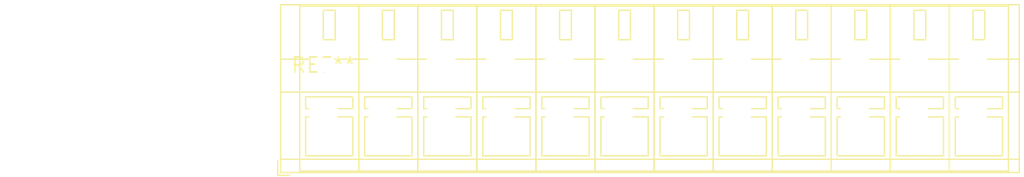
<source format=kicad_pcb>
(kicad_pcb (version 20240108) (generator pcbnew)
  (layers (0 "F.Cu" signal) (31 "B.Cu" signal) (34 "B.Paste" user) (35 "F.Paste" user) (36 "B.SilkS" user "B.Silkscreen") (37 "F.SilkS" user "F.Silkscreen") (38 "B.Mask" user) (39 "F.Mask" user) (44 "Edge.Cuts" user))
  (net 0 "")
  (footprint "TerminalBlock_WAGO_236-412_1x12_P5.00mm_45Degree" (layer "F.Cu") (at 0 0)
    (property "Reference" "REF**")
    (property "Value" "TerminalBlock_WAGO_236-412_1x12_P5.00mm_45Degree")
    (fp_line (start -3.86 8.12) (end -3.86 9.36) (layer "F.SilkS") (stroke (width 0.12)))
    (fp_line (start -3.86 9.36) (end -2.86 9.36) (layer "F.SilkS") (stroke (width 0.12)))
    (fp_line (start -3.62 -5.12) (end -3.62 9.12) (layer "F.SilkS") (stroke (width 0.12)))
    (fp_line (start -3.62 -5.12) (end 58.92 -5.12) (layer "F.SilkS") (stroke (width 0.12)))
    (fp_line (start -3.62 -0.5) (end -1.23 -0.5) (layer "F.SilkS") (stroke (width 0.12)))
    (fp_line (start -3.62 2.3) (end 58.92 2.3) (layer "F.SilkS") (stroke (width 0.12)))
    (fp_line (start -3.62 8) (end 58.92 8) (layer "F.SilkS") (stroke (width 0.12)))
    (fp_line (start -3.62 9.12) (end 58.92 9.12) (layer "F.SilkS") (stroke (width 0.12)))
    (fp_line (start -2 -5) (end -2 9) (layer "F.SilkS") (stroke (width 0.12)))
    (fp_line (start -2 -5) (end 3 -5) (layer "F.SilkS") (stroke (width 0.12)))
    (fp_line (start -2 9) (end 3 9) (layer "F.SilkS") (stroke (width 0.12)))
    (fp_line (start -1.5 2.7) (end -1.5 3.7) (layer "F.SilkS") (stroke (width 0.12)))
    (fp_line (start -1.5 2.7) (end 2.5 2.7) (layer "F.SilkS") (stroke (width 0.12)))
    (fp_line (start -1.5 3.7) (end -1.23 3.7) (layer "F.SilkS") (stroke (width 0.12)))
    (fp_line (start -1.5 4.4) (end -1.5 7.7) (layer "F.SilkS") (stroke (width 0.12)))
    (fp_line (start -1.5 4.4) (end -1.23 4.4) (layer "F.SilkS") (stroke (width 0.12)))
    (fp_line (start -1.5 7.7) (end 2.5 7.7) (layer "F.SilkS") (stroke (width 0.12)))
    (fp_line (start 0 -4.65) (end 0 -2.151) (layer "F.SilkS") (stroke (width 0.12)))
    (fp_line (start 0 -4.65) (end 1 -4.65) (layer "F.SilkS") (stroke (width 0.12)))
    (fp_line (start 0 -2.151) (end 1 -2.151) (layer "F.SilkS") (stroke (width 0.12)))
    (fp_line (start 1 -4.65) (end 1 -2.151) (layer "F.SilkS") (stroke (width 0.12)))
    (fp_line (start 1.23 -0.5) (end 3.77 -0.5) (layer "F.SilkS") (stroke (width 0.12)))
    (fp_line (start 1.23 3.7) (end 2.5 3.7) (layer "F.SilkS") (stroke (width 0.12)))
    (fp_line (start 1.23 4.4) (end 2.5 4.4) (layer "F.SilkS") (stroke (width 0.12)))
    (fp_line (start 2.5 2.7) (end 2.5 3.7) (layer "F.SilkS") (stroke (width 0.12)))
    (fp_line (start 2.5 4.4) (end 2.5 7.7) (layer "F.SilkS") (stroke (width 0.12)))
    (fp_line (start 3 -5) (end 3 9) (layer "F.SilkS") (stroke (width 0.12)))
    (fp_line (start 3 -5) (end 3 9) (layer "F.SilkS") (stroke (width 0.12)))
    (fp_line (start 3 -5) (end 8 -5) (layer "F.SilkS") (stroke (width 0.12)))
    (fp_line (start 3 9) (end 8 9) (layer "F.SilkS") (stroke (width 0.12)))
    (fp_line (start 3.5 2.7) (end 3.5 3.7) (layer "F.SilkS") (stroke (width 0.12)))
    (fp_line (start 3.5 2.7) (end 7.5 2.7) (layer "F.SilkS") (stroke (width 0.12)))
    (fp_line (start 3.5 3.7) (end 3.77 3.7) (layer "F.SilkS") (stroke (width 0.12)))
    (fp_line (start 3.5 4.4) (end 3.5 7.7) (layer "F.SilkS") (stroke (width 0.12)))
    (fp_line (start 3.5 4.4) (end 3.77 4.4) (layer "F.SilkS") (stroke (width 0.12)))
    (fp_line (start 3.5 7.7) (end 7.5 7.7) (layer "F.SilkS") (stroke (width 0.12)))
    (fp_line (start 5 -4.65) (end 5 -2.151) (layer "F.SilkS") (stroke (width 0.12)))
    (fp_line (start 5 -4.65) (end 6 -4.65) (layer "F.SilkS") (stroke (width 0.12)))
    (fp_line (start 5 -2.151) (end 6 -2.151) (layer "F.SilkS") (stroke (width 0.12)))
    (fp_line (start 6 -4.65) (end 6 -2.151) (layer "F.SilkS") (stroke (width 0.12)))
    (fp_line (start 6.23 -0.5) (end 8.77 -0.5) (layer "F.SilkS") (stroke (width 0.12)))
    (fp_line (start 6.23 3.7) (end 7.5 3.7) (layer "F.SilkS") (stroke (width 0.12)))
    (fp_line (start 6.23 4.4) (end 7.5 4.4) (layer "F.SilkS") (stroke (width 0.12)))
    (fp_line (start 7.5 2.7) (end 7.5 3.7) (layer "F.SilkS") (stroke (width 0.12)))
    (fp_line (start 7.5 4.4) (end 7.5 7.7) (layer "F.SilkS") (stroke (width 0.12)))
    (fp_line (start 8 -5) (end 8 9) (layer "F.SilkS") (stroke (width 0.12)))
    (fp_line (start 8 -5) (end 8 9) (layer "F.SilkS") (stroke (width 0.12)))
    (fp_line (start 8 -5) (end 13 -5) (layer "F.SilkS") (stroke (width 0.12)))
    (fp_line (start 8 9) (end 13 9) (layer "F.SilkS") (stroke (width 0.12)))
    (fp_line (start 8.5 2.7) (end 8.5 3.7) (layer "F.SilkS") (stroke (width 0.12)))
    (fp_line (start 8.5 2.7) (end 12.5 2.7) (layer "F.SilkS") (stroke (width 0.12)))
    (fp_line (start 8.5 3.7) (end 8.77 3.7) (layer "F.SilkS") (stroke (width 0.12)))
    (fp_line (start 8.5 4.4) (end 8.5 7.7) (layer "F.SilkS") (stroke (width 0.12)))
    (fp_line (start 8.5 4.4) (end 8.77 4.4) (layer "F.SilkS") (stroke (width 0.12)))
    (fp_line (start 8.5 7.7) (end 12.5 7.7) (layer "F.SilkS") (stroke (width 0.12)))
    (fp_line (start 10 -4.65) (end 10 -2.151) (layer "F.SilkS") (stroke (width 0.12)))
    (fp_line (start 10 -4.65) (end 11 -4.65) (layer "F.SilkS") (stroke (width 0.12)))
    (fp_line (start 10 -2.151) (end 11 -2.151) (layer "F.SilkS") (stroke (width 0.12)))
    (fp_line (start 11 -4.65) (end 11 -2.151) (layer "F.SilkS") (stroke (width 0.12)))
    (fp_line (start 11.23 -0.5) (end 13.77 -0.5) (layer "F.SilkS") (stroke (width 0.12)))
    (fp_line (start 11.23 3.7) (end 12.5 3.7) (layer "F.SilkS") (stroke (width 0.12)))
    (fp_line (start 11.23 4.4) (end 12.5 4.4) (layer "F.SilkS") (stroke (width 0.12)))
    (fp_line (start 12.5 2.7) (end 12.5 3.7) (layer "F.SilkS") (stroke (width 0.12)))
    (fp_line (start 12.5 4.4) (end 12.5 7.7) (layer "F.SilkS") (stroke (width 0.12)))
    (fp_line (start 13 -5) (end 13 9) (layer "F.SilkS") (stroke (width 0.12)))
    (fp_line (start 13 -5) (end 13 9) (layer "F.SilkS") (stroke (width 0.12)))
    (fp_line (start 13 -5) (end 18 -5) (layer "F.SilkS") (stroke (width 0.12)))
    (fp_line (start 13 9) (end 18 9) (layer "F.SilkS") (stroke (width 0.12)))
    (fp_line (start 13.5 2.7) (end 13.5 3.7) (layer "F.SilkS") (stroke (width 0.12)))
    (fp_line (start 13.5 2.7) (end 17.5 2.7) (layer "F.SilkS") (stroke (width 0.12)))
    (fp_line (start 13.5 3.7) (end 13.77 3.7) (layer "F.SilkS") (stroke (width 0.12)))
    (fp_line (start 13.5 4.4) (end 13.5 7.7) (layer "F.SilkS") (stroke (width 0.12)))
    (fp_line (start 13.5 4.4) (end 13.77 4.4) (layer "F.SilkS") (stroke (width 0.12)))
    (fp_line (start 13.5 7.7) (end 17.5 7.7) (layer "F.SilkS") (stroke (width 0.12)))
    (fp_line (start 15 -4.65) (end 15 -2.151) (layer "F.SilkS") (stroke (width 0.12)))
    (fp_line (start 15 -4.65) (end 16 -4.65) (layer "F.SilkS") (stroke (width 0.12)))
    (fp_line (start 15 -2.151) (end 16 -2.151) (layer "F.SilkS") (stroke (width 0.12)))
    (fp_line (start 16 -4.65) (end 16 -2.151) (layer "F.SilkS") (stroke (width 0.12)))
    (fp_line (start 16.23 -0.5) (end 18.77 -0.5) (layer "F.SilkS") (stroke (width 0.12)))
    (fp_line (start 16.23 3.7) (end 17.5 3.7) (layer "F.SilkS") (stroke (width 0.12)))
    (fp_line (start 16.23 4.4) (end 17.5 4.4) (layer "F.SilkS") (stroke (width 0.12)))
    (fp_line (start 17.5 2.7) (end 17.5 3.7) (layer "F.SilkS") (stroke (width 0.12)))
    (fp_line (start 17.5 4.4) (end 17.5 7.7) (layer "F.SilkS") (stroke (width 0.12)))
    (fp_line (start 18 -5) (end 18 9) (layer "F.SilkS") (stroke (width 0.12)))
    (fp_line (start 18 -5) (end 18 9) (layer "F.SilkS") (stroke (width 0.12)))
    (fp_line (start 18 -5) (end 23 -5) (layer "F.SilkS") (stroke (width 0.12)))
    (fp_line (start 18 9) (end 23 9) (layer "F.SilkS") (stroke (width 0.12)))
    (fp_line (start 18.5 2.7) (end 18.5 3.7) (layer "F.SilkS") (stroke (width 0.12)))
    (fp_line (start 18.5 2.7) (end 22.5 2.7) (layer "F.SilkS") (stroke (width 0.12)))
    (fp_line (start 18.5 3.7) (end 18.77 3.7) (layer "F.SilkS") (stroke (width 0.12)))
    (fp_line (start 18.5 4.4) (end 18.5 7.7) (layer "F.SilkS") (stroke (width 0.12)))
    (fp_line (start 18.5 4.4) (end 18.77 4.4) (layer "F.SilkS") (stroke (width 0.12)))
    (fp_line (start 18.5 7.7) (end 22.5 7.7) (layer "F.SilkS") (stroke (width 0.12)))
    (fp_line (start 20 -4.65) (end 20 -2.151) (layer "F.SilkS") (stroke (width 0.12)))
    (fp_line (start 20 -4.65) (end 21 -4.65) (layer "F.SilkS") (stroke (width 0.12)))
    (fp_line (start 20 -2.151) (end 21 -2.151) (layer "F.SilkS") (stroke (width 0.12)))
    (fp_line (start 21 -4.65) (end 21 -2.151) (layer "F.SilkS") (stroke (width 0.12)))
    (fp_line (start 21.23 -0.5) (end 23.77 -0.5) (layer "F.SilkS") (stroke (width 0.12)))
    (fp_line (start 21.23 3.7) (end 22.5 3.7) (layer "F.SilkS") (stroke (width 0.12)))
    (fp_line (start 21.23 4.4) (end 22.5 4.4) (layer "F.SilkS") (stroke (width 0.12)))
    (fp_line (start 22.5 2.7) (end 22.5 3.7) (layer "F.SilkS") (stroke (width 0.12)))
    (fp_line (start 22.5 4.4) (end 22.5 7.7) (layer "F.SilkS") (stroke (width 0.12)))
    (fp_line (start 23 -5) (end 23 9) (layer "F.SilkS") (stroke (width 0.12)))
    (fp_line (start 23 -5) (end 23 9) (layer "F.SilkS") (stroke (width 0.12)))
    (fp_line (start 23 -5) (end 28 -5) (layer "F.SilkS") (stroke (width 0.12)))
    (fp_line (start 23 9) (end 28 9) (layer "F.SilkS") (stroke (width 0.12)))
    (fp_line (start 23.5 2.7) (end 23.5 3.7) (layer "F.SilkS") (stroke (width 0.12)))
    (fp_line (start 23.5 2.7) (end 27.5 2.7) (layer "F.SilkS") (stroke (width 0.12)))
    (fp_line (start 23.5 3.7) (end 23.77 3.7) (layer "F.SilkS") (stroke (width 0.12)))
    (fp_line (start 23.5 4.4) (end 23.5 7.7) (layer "F.SilkS") (stroke (width 0.12)))
    (fp_line (start 23.5 4.4) (end 23.77 4.4) (layer "F.SilkS") (stroke (width 0.12)))
    (fp_line (start 23.5 7.7) (end 27.5 7.7) (layer "F.SilkS") (stroke (width 0.12)))
    (fp_line (start 25 -4.65) (end 25 -2.151) (layer "F.SilkS") (stroke (width 0.12)))
    (fp_line (start 25 -4.65) (end 26 -4.65) (layer "F.SilkS") (stroke (width 0.12)))
    (fp_line (start 25 -2.151) (end 26 -2.151) (layer "F.SilkS") (stroke (width 0.12)))
    (fp_line (start 26 -4.65) (end 26 -2.151) (layer "F.SilkS") (stroke (width 0.12)))
    (fp_line (start 26.23 -0.5) (end 28.77 -0.5) (layer "F.SilkS") (stroke (width 0.12)))
    (fp_line (start 26.23 3.7) (end 27.5 3.7) (layer "F.SilkS") (stroke (width 0.12)))
    (fp_line (start 26.23 4.4) (end 27.5 4.4) (layer "F.SilkS") (stroke (width 0.12)))
    (fp_line (start 27.5 2.7) (end 27.5 3.7) (layer "F.SilkS") (stroke (width 0.12)))
    (fp_line (start 27.5 4.4) (end 27.5 7.7) (layer "F.SilkS") (stroke (width 0.12)))
    (fp_line (start 28 -5) (end 28 9) (layer "F.SilkS") (stroke (width 0.12)))
    (fp_line (start 28 -5) (end 28 9) (layer "F.SilkS") (stroke (width 0.12)))
    (fp_line (start 28 -5) (end 33 -5) (layer "F.SilkS") (stroke (width 0.12)))
    (fp_line (start 28 9) (end 33 9) (layer "F.SilkS") (stroke (width 0.12)))
    (fp_line (start 28.5 2.7) (end 28.5 3.7) (layer "F.SilkS") (stroke (width 0.12)))
    (fp_line (start 28.5 2.7) (end 32.5 2.7) (layer "F.SilkS") (stroke (width 0.12)))
    (fp_line (start 28.5 3.7) (end 28.77 3.7) (layer "F.SilkS") (stroke (width 0.12)))
    (fp_line (start 28.5 4.4) (end 28.5 7.7) (layer "F.SilkS") (stroke (width 0.12)))
    (fp_line (start 28.5 4.4) (end 28.77 4.4) (layer "F.SilkS") (stroke (width 0.12)))
    (fp_line (start 28.5 7.7) (end 32.5 7.7) (layer "F.SilkS") (stroke (width 0.12)))
    (fp_line (start 30 -4.65) (end 30 -2.151) (layer "F.SilkS") (stroke (width 0.12)))
    (fp_line (start 30 -4.65) (end 31 -4.65) (layer "F.SilkS") (stroke (width 0.12)))
    (fp_line (start 30 -2.151) (end 31 -2.151) (layer "F.SilkS") (stroke (width 0.12)))
    (fp_line (start 31 -4.65) (end 31 -2.151) (layer "F.SilkS") (stroke (width 0.12)))
    (fp_line (start 31.23 -0.5) (end 33.77 -0.5) (layer "F.SilkS") (stroke (width 0.12)))
    (fp_line (start 31.23 3.7) (end 32.5 3.7) (layer "F.SilkS") (stroke (width 0.12)))
    (fp_line (start 31.23 4.4) (end 32.5 4.4) (layer "F.SilkS") (stroke (width 0.12)))
    (fp_line (start 32.5 2.7) (end 32.5 3.7) (layer "F.SilkS") (stroke (width 0.12)))
    (fp_line (start 32.5 4.4) (end 32.5 7.7) (layer "F.SilkS") (stroke (width 0.12)))
    (fp_line (start 33 -5) (end 33 9) (layer "F.SilkS") (stroke (width 0.12)))
    (fp_line (start 33 -5) (end 33 9) (layer "F.SilkS") (stroke (width 0.12)))
    (fp_line (start 33 -5) (end 38 -5) (layer "F.SilkS") (stroke (width 0.12)))
    (fp_line (start 33 9) (end 38 9) (layer "F.SilkS") (stroke (width 0.12)))
    (fp_line (start 33.5 2.7) (end 33.5 3.7) (layer "F.SilkS") (stroke (width 0.12)))
    (fp_line (start 33.5 2.7) (end 37.5 2.7) (layer "F.SilkS") (stroke (width 0.12)))
    (fp_line (start 33.5 3.7) (end 33.77 3.7) (layer "F.SilkS") (stroke (width 0.12)))
    (fp_line (start 33.5 4.4) (end 33.5 7.7) (layer "F.SilkS") (stroke (width 0.12)))
    (fp_line (start 33.5 4.4) (end 33.77 4.4) (layer "F.SilkS") (stroke (width 0.12)))
    (fp_line (start 33.5 7.7) (end 37.5 7.7) (layer "F.SilkS") (stroke (width 0.12)))
    (fp_line (start 35 -4.65) (end 35 -2.151) (layer "F.SilkS") (stroke (width 0.12)))
    (fp_line (start 35 -4.65) (end 36 -4.65) (layer "F.SilkS") (stroke (width 0.12)))
    (fp_line (start 35 -2.151) (end 36 -2.151) (layer "F.SilkS") (stroke (width 0.12)))
    (fp_line (start 36 -4.65) (end 36 -2.151) (layer "F.SilkS") (stroke (width 0.12)))
    (fp_line (start 36.23 -0.5) (end 38.77 -0.5) (layer "F.SilkS") (stroke (width 0.12)))
    (fp_line (start 36.23 3.7) (end 37.5 3.7) (layer "F.SilkS") (stroke (width 0.12)))
    (fp_line (start 36.23 4.4) (end 37.5 4.4) (layer "F.SilkS") (stroke (width 0.12)))
    (fp_line (start 37.5 2.7) (end 37.5 3.7) (layer "F.SilkS") (stroke (width 0.12)))
    (fp_line (start 37.5 4.4) (end 37.5 7.7) (layer "F.SilkS") (stroke (width 0.12)))
    (fp_line (start 38 -5) (end 38 9) (layer "F.SilkS") (stroke (width 0.12)))
    (fp_line (start 38 -5) (end 38 9) (layer "F.SilkS") (stroke (width 0.12)))
    (fp_line (start 38 -5) (end 43 -5) (layer "F.SilkS") (stroke (width 0.12)))
    (fp_line (start 38 9) (end 43 9) (layer "F.SilkS") (stroke (width 0.12)))
    (fp_line (start 38.5 2.7) (end 38.5 3.7) (layer "F.SilkS") (stroke (width 0.12)))
    (fp_line (start 38.5 2.7) (end 42.5 2.7) (layer "F.SilkS") (stroke (width 0.12)))
    (fp_line (start 38.5 3.7) (end 38.77 3.7) (layer "F.SilkS") (stroke (width 0.12)))
    (fp_line (start 38.5 4.4) (end 38.5 7.7) (layer "F.SilkS") (stroke (width 0.12)))
    (fp_line (start 38.5 4.4) (end 38.77 4.4) (layer "F.SilkS") (stroke (width 0.12)))
    (fp_line (start 38.5 7.7) (end 42.5 7.7) (layer "F.SilkS") (stroke (width 0.12)))
    (fp_line (start 40 -4.65) (end 40 -2.151) (layer "F.SilkS") (stroke (width 0.12)))
    (fp_line (start 40 -4.65) (end 41 -4.65) (layer "F.SilkS") (stroke (width 0.12)))
    (fp_line (start 40 -2.151) (end 41 -2.151) (layer "F.SilkS") (stroke (width 0.12)))
    (fp_line (start 41 -4.65) (end 41 -2.151) (layer "F.SilkS") (stroke (width 0.12)))
    (fp_line (start 41.23 -0.5) (end 43.77 -0.5) (layer "F.SilkS") (stroke (width 0.12)))
    (fp_line (start 41.23 3.7) (end 42.5 3.7) (layer "F.SilkS") (stroke (width 0.12)))
    (fp_line (start 41.23 4.4) (end 42.5 4.4) (layer "F.SilkS") (stroke (width 0.12)))
    (fp_line (start 42.5 2.7) (end 42.5 3.7) (layer "F.SilkS") (stroke (width 0.12)))
    (fp_line (start 42.5 4.4) (end 42.5 7.7) (layer "F.SilkS") (stroke (width 0.12)))
    (fp_line (start 43 -5) (end 43 9) (layer "F.SilkS") (stroke (width 0.12)))
    (fp_line (start 43 -5) (end 43 9) (layer "F.SilkS") (stroke (width 0.12)))
    (fp_line (start 43 -5) (end 48 -5) (layer "F.SilkS") (stroke (width 0.12)))
    (fp_line (start 43 9) (end 48 9) (layer "F.SilkS") (stroke (width 0.12)))
    (fp_line (start 43.5 2.7) (end 43.5 3.7) (layer "F.SilkS") (stroke (width 0.12)))
    (fp_line (start 43.5 2.7) (end 47.5 2.7) (layer "F.SilkS") (stroke (width 0.12)))
    (fp_line (start 43.5 3.7) (end 43.77 3.7) (layer "F.SilkS") (stroke (width 0.12)))
    (fp_line (start 43.5 4.4) (end 43.5 7.7) (layer "F.SilkS") (stroke (width 0.12)))
    (fp_line (start 43.5 4.4) (end 43.77 4.4) (layer "F.SilkS") (stroke (width 0.12)))
    (fp_line (start 43.5 7.7) (end 47.5 7.7) (layer "F.SilkS") (stroke (width 0.12)))
    (fp_line (start 45 -4.65) (end 45 -2.151) (layer "F.SilkS") (stroke (width 0.12)))
    (fp_line (start 45 -4.65) (end 46 -4.65) (layer "F.SilkS") (stroke (width 0.12)))
    (fp_line (start 45 -2.151) (end 46 -2.151) (layer "F.SilkS") (stroke (width 0.12)))
    (fp_line (start 46 -4.65) (end 46 -2.151) (layer "F.SilkS") (stroke (width 0.12)))
    (fp_line (start 46.23 -0.5) (end 48.77 -0.5) (layer "F.SilkS") (stroke (width 0.12)))
    (fp_line (start 46.23 3.7) (end 47.5 3.7) (layer "F.SilkS") (stroke (width 0.12)))
    (fp_line (start 46.23 4.4) (end 47.5 4.4) (layer "F.SilkS") (stroke (width 0.12)))
    (fp_line (start 47.5 2.7) (end 47.5 3.7) (layer "F.SilkS") (stroke (width 0.12)))
    (fp_line (start 47.5 4.4) (end 47.5 7.7) (layer "F.SilkS") (stroke (width 0.12)))
    (fp_line (start 48 -5) (end 48 9) (layer "F.SilkS") (stroke (width 0.12)))
    (fp_line (start 48 -5) (end 48 9) (layer "F.SilkS") (stroke (width 0.12)))
    (fp_line (start 48 -5) (end 53 -5) (layer "F.SilkS") (stroke (width 0.12)))
    (fp_line (start 48 9) (end 53 9) (layer "F.SilkS") (stroke (width 0.12)))
    (fp_line (start 48.5 2.7) (end 48.5 3.7) (layer "F.SilkS") (stroke (width 0.12)))
    (fp_line (start 48.5 2.7) (end 52.5 2.7) (layer "F.SilkS") (stroke (width 0.12)))
    (fp_line (start 48.5 3.7) (end 48.77 3.7) (layer "F.SilkS") (stroke (width 0.12)))
    (fp_line (start 48.5 4.4) (end 48.5 7.7) (layer "F.SilkS") (stroke (width 0.12)))
    (fp_line (start 48.5 4.4) (end 48.77 4.4) (layer "F.SilkS") (stroke (width 0.12)))
    (fp_line (start 48.5 7.7) (end 52.5 7.7) (layer "F.SilkS") (stroke (width 0.12)))
    (fp_line (start 50 -4.65) (end 50 -2.151) (layer "F.SilkS") (stroke (width 0.12)))
    (fp_line (start 50 -4.65) (end 51 -4.65) (layer "F.SilkS") (stroke (width 0.12)))
    (fp_line (start 50 -2.151) (end 51 -2.151) (layer "F.SilkS") (stroke (width 0.12)))
    (fp_line (start 51 -4.65) (end 51 -2.151) (layer "F.SilkS") (stroke (width 0.12)))
    (fp_line (start 51.23 -0.5) (end 53.77 -0.5) (layer "F.SilkS") (stroke (width 0.12)))
    (fp_line (start 51.23 3.7) (end 52.5 3.7) (layer "F.SilkS") (stroke (width 0.12)))
    (fp_line (start 51.23 4.4) (end 52.5 4.4) (layer "F.SilkS") (stroke (width 0.12)))
    (fp_line (start 52.5 2.7) (end 52.5 3.7) (layer "F.SilkS") (stroke (width 0.12)))
    (fp_line (start 52.5 4.4) (end 52.5 7.7) (layer "F.SilkS") (stroke (width 0.12)))
    (fp_line (start 53 -5) (end 53 9) (layer "F.SilkS") (stroke (width 0.12)))
    (fp_line (start 53 -5) (end 53 9) (layer "F.SilkS") (stroke (width 0.12)))
    (fp_line (start 53 -5) (end 58 -5) (layer "F.SilkS") (stroke (width 0.12)))
    (fp_line (start 53 9) (end 58 9) (layer "F.SilkS") (stroke (width 0.12)))
    (fp_line (start 53.5 2.7) (end 53.5 3.7) (layer "F.SilkS") (stroke (width 0.12)))
    (fp_line (start 53.5 2.7) (end 57.5 2.7) (layer "F.SilkS") (stroke (width 0.12)))
    (fp_line (start 53.5 3.7) (end 53.77 3.7) (layer "F.SilkS") (stroke (width 0.12)))
    (fp_line (start 53.5 4.4) (end 53.5 7.7) (layer "F.SilkS") (stroke (width 0.12)))
    (fp_line (start 53.5 4.4) (end 53.77 4.4) (layer "F.SilkS") (stroke (width 0.12)))
    (fp_line (start 53.5 7.7) (end 57.5 7.7) (layer "F.SilkS") (stroke (width 0.12)))
    (fp_line (start 55 -4.65) (end 55 -2.151) (layer "F.SilkS") (stroke (width 0.12)))
    (fp_line (start 55 -4.65) (end 56 -4.65) (layer "F.SilkS") (stroke (width 0.12)))
    (fp_line (start 55 -2.151) (end 56 -2.151) (layer "F.SilkS") (stroke (width 0.12)))
    (fp_line (start 56 -4.65) (end 56 -2.151) (layer "F.SilkS") (stroke (width 0.12)))
    (fp_line (start 56.23 -0.5) (end 58.92 -0.5) (layer "F.SilkS") (stroke (width 0.12)))
    (fp_line (start 56.23 3.7) (end 57.5 3.7) (layer "F.SilkS") (stroke (width 0.12)))
    (fp_line (start 56.23 4.4) (end 57.5 4.4) (layer "F.SilkS") (stroke (width 0.12)))
    (fp_line (start 57.5 2.7) (end 57.5 3.7) (layer "F.SilkS") (stroke (width 0.12)))
    (fp_line (start 57.5 4.4) (end 57.5 7.7) (layer "F.SilkS") (stroke (width 0.12)))
    (fp_line (start 58 -5) (end 58 9) (layer "F.SilkS") (stroke (width 0.12)))
    (fp_line (start 58.92 -5.12) (end 58.92 9.12) (layer "F.SilkS") (stroke (width 0.12)))
    (pad "1" thru_hole rect (at 0 0) (size 1.5 3) (drill 1.15) (layers *.Cu *.Mask) (remove_unused_layers))
    (pad "1" thru_hole rect (at 0 5) (size 1.5 3) (drill 1.15) (layers *.Cu *.Mask) (remove_unused_layers))
    (pad "2" thru_hole oval (at 5 0) (size 1.5 3) (drill 1.15) (layers *.Cu *.Mask) (remove_unused_layers))
    (pad "2" thru_hole oval (at 5 5) (size 1.5 3) (drill 1.15) (layers *.Cu *.Mask) (remove_unused_layers))
    (pad "3" thru_hole oval (at 10 0) (size 1.5 3) (drill 1.15) (layers *.Cu *.Mask) (remove_unused_layers))
    (pad "3" thru_hole oval (at 10 5) (size 1.5 3) (drill 1.15) (layers *.Cu *.Mask) (remove_unused_layers))
    (pad "4" thru_hole oval (at 15 0) (size 1.5 3) (drill 1.15) (layers *.Cu *.Mask) (remove_unused_layers))
    (pad "4" thru_hole oval (at 15 5) (size 1.5 3) (drill 1.15) (layers *.Cu *.Mask) (remove_unused_layers))
    (pad "5" thru_hole oval (at 20 0) (size 1.5 3) (drill 1.15) (layers *.Cu *.Mask) (remove_unused_layers))
    (pad "5" thru_hole oval (at 20 5) (size 1.5 3) (drill 1.15) (layers *.Cu *.Mask) (remove_unused_layers))
    (pad "6" thru_hole oval (at 25 0) (size 1.5 3) (drill 1.15) (layers *.Cu *.Mask) (remove_unused_layers))
    (pad "6" thru_hole oval (at 25 5) (size 1.5 3) (drill 1.15) (layers *.Cu *.Mask) (remove_unused_layers))
    (pad "7" thru_hole oval (at 30 0) (size 1.5 3) (drill 1.15) (layers *.Cu *.Mask) (remove_unused_layers))
    (pad "7" thru_hole oval (at 30 5) (size 1.5 3) (drill 1.15) (layers *.Cu *.Mask) (remove_unused_layers))
    (pad "8" thru_hole oval (at 35 0) (size 1.5 3) (drill 1.15) (layers *.Cu *.Mask) (remove_unused_layers))
    (pad "8" thru_hole oval (at 35 5) (size 1.5 3) (drill 1.15) (layers *.Cu *.Mask) (remove_unused_layers))
    (pad "9" thru_hole oval (at 40 0) (size 1.5 3) (drill 1.15) (layers *.Cu *.Mask) (remove_unused_layers))
    (pad "9" thru_hole oval (at 40 5) (size 1.5 3) (drill 1.15) (layers *.Cu *.Mask) (remove_unused_layers))
    (pad "10" thru_hole oval (at 45 0) (size 1.5 3) (drill 1.15) (layers *.Cu *.Mask) (remove_unused_layers))
    (pad "10" thru_hole oval (at 45 5) (size 1.5 3) (drill 1.15) (layers *.Cu *.Mask) (remove_unused_layers))
    (pad "11" thru_hole oval (at 50 0) (size 1.5 3) (drill 1.15) (layers *.Cu *.Mask) (remove_unused_layers))
    (pad "11" thru_hole oval (at 50 5) (size 1.5 3) (drill 1.15) (layers *.Cu *.Mask) (remove_unused_layers))
    (pad "12" thru_hole oval (at 55 0) (size 1.5 3) (drill 1.15) (layers *.Cu *.Mask) (remove_unused_layers))
    (pad "12" thru_hole oval (at 55 5) (size 1.5 3) (drill 1.15) (layers *.Cu *.Mask) (remove_unused_layers))
  )
)
</source>
